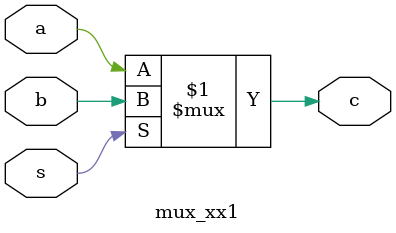
<source format=v>

module mux_xx1
    (
     a,
     b,
     s,
     c
     );

////////////////////////////////////////////////////////////////////////////////
// Parameter declarations

parameter WIDTH = 1;

////////////////////////////////////////////////////////////////////////////////
// Port declarations

////////////////////////////////////////////////////////////////////////////////
// Output declarations

input     s;
input [WIDTH-1:0] a,b;

output [WIDTH-1:0] c;

////////////////////////////////////////////////////////////////////////////////
// Local logic and instantiation

assign             c = s?b:a;

endmodule 

</source>
